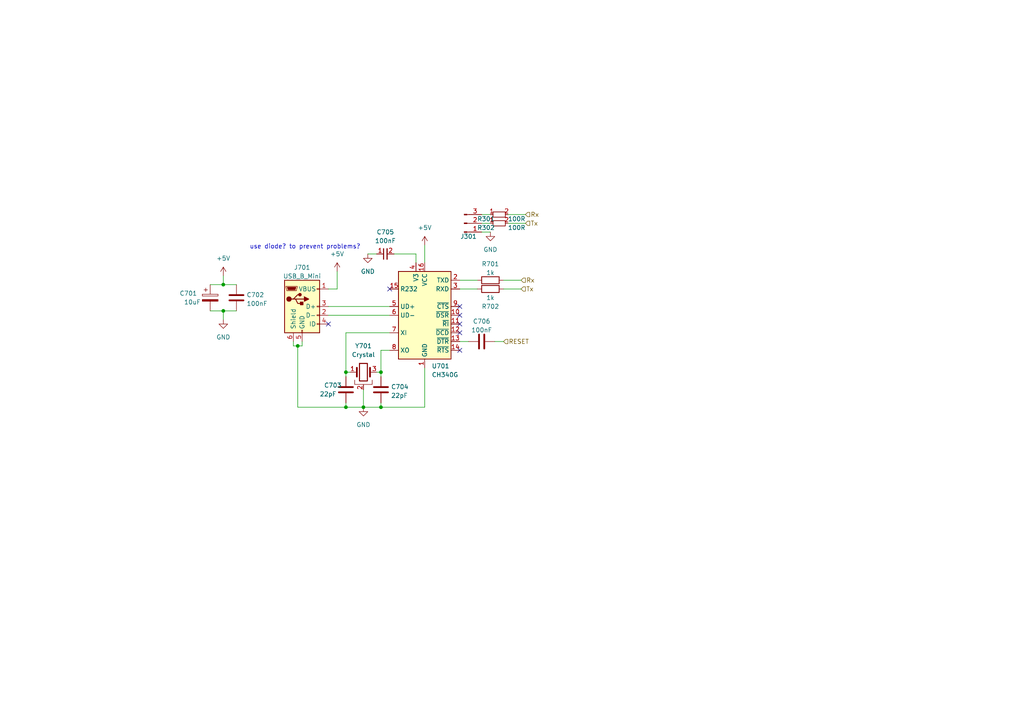
<source format=kicad_sch>
(kicad_sch (version 20231120) (generator "eeschema") (generator_version "8.0")
  (paper "A4")
  (lib_symbols
    (symbol "Connector:Conn_01x03_Pin" (pin_names (offset 1.016) hide)
      (property "Reference" "J" (at 0 5.08 0))
      (property "Value" "Conn_01x03_Pin" (at 0 -5.08 0))
      (symbol "Conn_01x03_Pin_1_1"
        (polyline (pts (xy 1.27 -2.54) (xy 0.8636 -2.54)) (stroke (width 0.1524)))
        (polyline (pts (xy 1.27 0) (xy 0.8636 0)) (stroke (width 0.1524)))
        (polyline (pts (xy 1.27 2.54) (xy 0.8636 2.54)) (stroke (width 0.1524)))
        (rectangle (start 0.8636 -2.413) (end 0 -2.667) (stroke (width 0.1524)) (fill (type outline)))
        (rectangle (start 0.8636 0.127) (end 0 -0.127) (stroke (width 0.1524)) (fill (type outline)))
        (rectangle (start 0.8636 2.667) (end 0 2.413) (stroke (width 0.1524)) (fill (type outline)))
        (pin passive line (at 5.08 2.54 180) (length 3.81) (name "Pin_1") (number "1"))
        (pin passive line (at 5.08 0 180) (length 3.81) (name "Pin_2") (number "2"))
        (pin passive line (at 5.08 -2.54 180) (length 3.81) (name "Pin_3") (number "3"))
      )
    )
    (symbol "Connector:USB_B_Mini" (pin_names (offset 1.016))
      (property "Reference" "J" (at -5.08 11.43 0))
      (property "Value" "USB_B_Mini" (at -5.08 8.89 0))
      (symbol "USB_B_Mini_0_1"
        (rectangle (start -5.08 -7.62) (end 5.08 7.62) (stroke (width 0.254)) (fill (type background)))
        (circle (center -3.81 2.159) (radius 0.635) (stroke (width 0.254)) (fill (type outline)))
        (circle (center -0.635 3.429) (radius 0.381) (stroke (width 0.254)) (fill (type outline)))
        (rectangle (start -0.127 -7.62) (end 0.127 -6.858))
        (polyline (pts (xy -1.905 2.159) (xy 0.635 2.159)) (stroke (width 0.254)))
        (polyline (pts (xy -3.175 2.159) (xy -2.54 2.159) (xy -1.27 3.429) (xy -0.635 3.429)) (stroke (width 0.254)))
        (polyline (pts (xy -2.54 2.159) (xy -1.905 2.159) (xy -1.27 0.889) (xy 0 0.889)) (stroke (width 0.254)))
        (polyline (pts (xy 0.635 2.794) (xy 0.635 1.524) (xy 1.905 2.159) (xy 0.635 2.794)) (stroke (width 0.254)) (fill (type outline)))
        (polyline (pts (xy -4.318 5.588) (xy -1.778 5.588) (xy -2.032 4.826) (xy -4.064 4.826) (xy -4.318 5.588)) (fill (type outline)))
        (polyline (pts (xy -4.699 5.842) (xy -4.699 5.588) (xy -4.445 4.826) (xy -4.445 4.572) (xy -1.651 4.572) (xy -1.651 4.826) (xy -1.397 5.588) (xy -1.397 5.842) (xy -4.699 5.842)))
        (rectangle (start 0.254 1.27) (end -0.508 0.508) (stroke (width 0.254)) (fill (type outline)))
        (rectangle (start 5.08 -5.207) (end 4.318 -4.953))
        (rectangle (start 5.08 -2.667) (end 4.318 -2.413))
        (rectangle (start 5.08 -0.127) (end 4.318 0.127))
        (rectangle (start 5.08 4.953) (end 4.318 5.207))
      )
      (symbol "USB_B_Mini_1_1"
        (pin power_out line (at 7.62 5.08 180) (length 2.54) (name "VBUS") (number "1"))
        (pin bidirectional line (at 7.62 -2.54 180) (length 2.54) (name "D-") (number "2"))
        (pin bidirectional line (at 7.62 0 180) (length 2.54) (name "D+") (number "3"))
        (pin passive line (at 7.62 -5.08 180) (length 2.54) (name "ID") (number "4"))
        (pin power_out line (at 0 -10.16 90) (length 2.54) (name "GND") (number "5"))
        (pin passive line (at -2.54 -10.16 90) (length 2.54) (name "Shield") (number "6"))
      )
    )
    (symbol "Device:C" (pin_numbers hide) (pin_names (offset 0.254))
      (property "Reference" "C" (at 0.635 2.54 0))
      (property "Value" "C" (at 0.635 -2.54 0))
      (symbol "C_0_1"
        (polyline (pts (xy -2.032 -0.762) (xy 2.032 -0.762)) (stroke (width 0.508)))
        (polyline (pts (xy -2.032 0.762) (xy 2.032 0.762)) (stroke (width 0.508)))
      )
      (symbol "C_1_1"
        (pin passive line (at 0 3.81 270) (length 2.794) (name "~") (number "1"))
        (pin passive line (at 0 -3.81 90) (length 2.794) (name "~") (number "2"))
      )
    )
    (symbol "Device:C_Polarized" (pin_numbers hide) (pin_names (offset 0.254))
      (property "Reference" "C" (at 0.635 2.54 0))
      (property "Value" "C_Polarized" (at 0.635 -2.54 0))
      (symbol "C_Polarized_0_1"
        (rectangle (start -2.286 0.508) (end 2.286 1.016))
        (polyline (pts (xy -1.778 2.286) (xy -0.762 2.286)))
        (polyline (pts (xy -1.27 2.794) (xy -1.27 1.778)))
        (rectangle (start 2.286 -0.508) (end -2.286 -1.016) (fill (type outline)))
      )
      (symbol "C_Polarized_1_1"
        (pin passive line (at 0 3.81 270) (length 2.794) (name "~") (number "1"))
        (pin passive line (at 0 -3.81 90) (length 2.794) (name "~") (number "2"))
      )
    )
    (symbol "Device:R" (pin_numbers hide) (pin_names (offset 0))
      (property "Reference" "R" (at 2.032 0 90))
      (property "Value" "R" (at 0 0 90))
      (symbol "R_0_1"
        (rectangle (start -1.016 -2.54) (end 1.016 2.54) (stroke (width 0.254)))
      )
      (symbol "R_1_1"
        (pin passive line (at 0 3.81 270) (length 1.27) (name "~") (number "1"))
        (pin passive line (at 0 -3.81 90) (length 1.27) (name "~") (number "2"))
      )
    )
    (symbol "Interface_USB:CH340G"
      (property "Reference" "U" (at -5.08 13.97 0))
      (property "Value" "CH340G" (at 1.27 13.97 0))
      (symbol "CH340G_0_1"
        (rectangle (start -7.62 12.7) (end 7.62 -12.7) (stroke (width 0.254)) (fill (type background)))
      )
      (symbol "CH340G_1_1"
        (pin power_in line (at 0 -15.24 90) (length 2.54) (name "GND") (number "1"))
        (pin input line (at 10.16 0 180) (length 2.54) (name "~{DSR}") (number "10"))
        (pin input line (at 10.16 -2.54 180) (length 2.54) (name "~{RI}") (number "11"))
        (pin input line (at 10.16 -5.08 180) (length 2.54) (name "~{DCD}") (number "12"))
        (pin output line (at 10.16 -7.62 180) (length 2.54) (name "~{DTR}") (number "13"))
        (pin output line (at 10.16 -10.16 180) (length 2.54) (name "~{RTS}") (number "14"))
        (pin input line (at -10.16 7.62 0) (length 2.54) (name "R232") (number "15"))
        (pin power_in line (at 0 15.24 270) (length 2.54) (name "VCC") (number "16"))
        (pin output line (at 10.16 10.16 180) (length 2.54) (name "TXD") (number "2"))
        (pin input line (at 10.16 7.62 180) (length 2.54) (name "RXD") (number "3"))
        (pin passive line (at -2.54 15.24 270) (length 2.54) (name "V3") (number "4"))
        (pin bidirectional line (at -10.16 2.54 0) (length 2.54) (name "UD+") (number "5"))
        (pin bidirectional line (at -10.16 0 0) (length 2.54) (name "UD-") (number "6"))
        (pin input line (at -10.16 -5.08 0) (length 2.54) (name "XI") (number "7"))
        (pin output line (at -10.16 -10.16 0) (length 2.54) (name "XO") (number "8"))
        (pin input line (at 10.16 2.54 180) (length 2.54) (name "~{CTS}") (number "9"))
      )
    )
    (symbol "capacitor_miscellaneous:C_0402_100nF"
      (property "Reference" "U" (at 1.27 2.54 0))
      (property "Value" "100nF" (at 3.81 -2.54 0))
      (property "JLCPCB Part#" "C307331" (at 0 0 0))
      (symbol "C_0402_100nF_0_1"
        (polyline (pts (xy -1.524 -0.508) (xy 1.524 -0.508)) (stroke (width 0.3302)))
        (polyline (pts (xy -1.524 0.508) (xy 1.524 0.508)) (stroke (width 0.3048)))
      )
      (symbol "C_0402_100nF_1_1"
        (pin passive line (at 0 2.54 270) (length 2.032) (name "~") (number "1"))
        (pin passive line (at 0 -2.54 90) (length 2.032) (name "~") (number "2"))
      )
    )
    (symbol "custom_kicad_lib_sk:crystal_arduino" (pin_names (offset 1.016) hide)
      (property "Reference" "Y" (at 0 5.715 0))
      (property "Value" "Crystal_GND2" (at 0 3.81 0))
      (property "JLCPCB Part#" "C13738" (at 0 0 0))
      (symbol "crystal_arduino_0_1"
        (rectangle (start -1.143 2.54) (end 1.143 -2.54) (stroke (width 0.3048)))
        (polyline (pts (xy -2.54 0) (xy -1.905 0)))
        (polyline (pts (xy -1.905 -1.27) (xy -1.905 1.27)) (stroke (width 0.508)))
        (polyline (pts (xy 0 -3.81) (xy 0 -3.556)))
        (polyline (pts (xy 1.905 0) (xy 2.54 0)))
        (polyline (pts (xy 1.905 1.27) (xy 1.905 -1.27)) (stroke (width 0.508)))
        (polyline (pts (xy -2.54 -2.286) (xy -2.54 -3.556) (xy 2.54 -3.556) (xy 2.54 -2.286)))
      )
      (symbol "crystal_arduino_1_1"
        (pin passive line (at -3.81 0 0) (length 1.27) (name "1") (number "1"))
        (pin passive line (at 0 -5.08 90) (length 1.27) (name "GND") (number "2"))
        (pin passive line (at 3.81 0 180) (length 1.27) (name "3") (number "3"))
        (pin passive line (at 0 -5.08 90) (length 1.27) hide (name "GND") (number "4"))
      )
    )
    (symbol "power:+5V" (power) (pin_names (offset 0))
      (property "Value" "+5V" (at 0 3.556 0))
      (symbol "+5V_0_1"
        (polyline (pts (xy -0.762 1.27) (xy 0 2.54)))
        (polyline (pts (xy 0 0) (xy 0 2.54)))
        (polyline (pts (xy 0 2.54) (xy 0.762 1.27)))
      )
      (symbol "+5V_1_1"
        (pin power_in line (at 0 0 90) (length 0) hide (name "+5V") (number "1"))
      )
    )
    (symbol "power:GND" (power) (pin_names (offset 0))
      (property "Value" "GND" (at 0 -3.81 0))
      (symbol "GND_0_1"
        (polyline (pts (xy 0 0) (xy 0 -1.27) (xy 1.27 -1.27) (xy 0 -2.54) (xy -1.27 -1.27) (xy 0 -1.27)))
      )
      (symbol "GND_1_1"
        (pin power_in line (at 0 0 270) (length 0) hide (name "GND") (number "1"))
      )
    )
    (symbol "resistors_0603:R_100R_0603"
      (property "Reference" "R" (at 1.27 2.54 0))
      (property "Value" "100R" (at 2.54 -2.54 0))
      (symbol "R_100R_0603_0_1"
        (rectangle (start -0.762 1.778) (end 0.762 -1.778) (stroke (width 0.2032)))
      )
      (symbol "R_100R_0603_1_1"
        (pin passive line (at 0 2.54 270) (length 0.762) (name "~") (number "1"))
        (pin passive line (at 0 -2.54 90) (length 0.762) (name "~") (number "2"))
      )
    )
  )
  (junction (at 100.33 118.11))
  (junction (at 86.36 100.33))
  (junction (at 64.77 82.55))
  (junction (at 110.49 107.95))
  (junction (at 64.77 90.17))
  (junction (at 100.33 107.95))
  (junction (at 110.49 118.11))
  (junction (at 105.41 118.11))
  (no_connect (at 113.03 83.82))
  (no_connect (at 133.35 93.98))
  (no_connect (at 133.35 96.52))
  (no_connect (at 133.35 91.44))
  (no_connect (at 133.35 101.6))
  (no_connect (at 133.35 88.9))
  (no_connect (at 95.25 93.98))
  (wire (pts (xy 100.33 107.95) (xy 100.33 109.22)))
  (wire (pts (xy 105.41 118.11) (xy 110.49 118.11)))
  (wire (pts (xy 97.79 83.82) (xy 95.25 83.82)))
  (wire (pts (xy 110.49 107.95) (xy 109.22 107.95)))
  (wire (pts (xy 146.05 99.06) (xy 143.51 99.06)))
  (wire (pts (xy 110.49 101.6) (xy 113.03 101.6)))
  (wire (pts (xy 110.49 116.84) (xy 110.49 118.11)))
  (wire (pts (xy 100.33 96.52) (xy 100.33 107.95)))
  (wire (pts (xy 138.43 83.82) (xy 133.35 83.82)))
  (wire (pts (xy 100.33 118.11) (xy 105.41 118.11)))
  (wire (pts (xy 152.4 62.23) (xy 147.32 62.23)))
  (wire (pts (xy 86.36 100.33) (xy 86.36 118.11)))
  (wire (pts (xy 85.09 99.06) (xy 85.09 100.33)))
  (wire (pts (xy 100.33 116.84) (xy 100.33 118.11)))
  (wire (pts (xy 101.6 107.95) (xy 100.33 107.95)))
  (wire (pts (xy 87.63 99.06) (xy 87.63 100.33)))
  (wire (pts (xy 60.96 82.55) (xy 64.77 82.55)))
  (wire (pts (xy 151.13 83.82) (xy 146.05 83.82)))
  (wire (pts (xy 105.41 113.03) (xy 105.41 118.11)))
  (wire (pts (xy 139.7 67.31) (xy 142.24 67.31)))
  (wire (pts (xy 86.36 118.11) (xy 100.33 118.11)))
  (wire (pts (xy 110.49 118.11) (xy 123.19 118.11)))
  (wire (pts (xy 110.49 109.22) (xy 110.49 107.95)))
  (wire (pts (xy 64.77 82.55) (xy 68.58 82.55)))
  (wire (pts (xy 85.09 100.33) (xy 86.36 100.33)))
  (wire (pts (xy 64.77 80.01) (xy 64.77 82.55)))
  (wire (pts (xy 139.7 64.77) (xy 142.24 64.77)))
  (wire (pts (xy 152.4 64.77) (xy 147.32 64.77)))
  (wire (pts (xy 95.25 88.9) (xy 113.03 88.9)))
  (wire (pts (xy 106.68 73.66) (xy 109.22 73.66)))
  (wire (pts (xy 139.7 62.23) (xy 142.24 62.23)))
  (wire (pts (xy 113.03 96.52) (xy 100.33 96.52)))
  (wire (pts (xy 120.65 73.66) (xy 114.3 73.66)))
  (wire (pts (xy 64.77 90.17) (xy 64.77 92.71)))
  (wire (pts (xy 133.35 99.06) (xy 135.89 99.06)))
  (wire (pts (xy 64.77 90.17) (xy 68.58 90.17)))
  (wire (pts (xy 138.43 81.28) (xy 133.35 81.28)))
  (wire (pts (xy 95.25 91.44) (xy 113.03 91.44)))
  (wire (pts (xy 123.19 71.12) (xy 123.19 76.2)))
  (wire (pts (xy 110.49 107.95) (xy 110.49 101.6)))
  (wire (pts (xy 123.19 106.68) (xy 123.19 118.11)))
  (wire (pts (xy 97.79 78.74) (xy 97.79 83.82)))
  (wire (pts (xy 151.13 81.28) (xy 146.05 81.28)))
  (wire (pts (xy 60.96 90.17) (xy 64.77 90.17)))
  (wire (pts (xy 120.65 76.2) (xy 120.65 73.66)))
  (wire (pts (xy 86.36 100.33) (xy 87.63 100.33)))
  (text "use diode? to prevent problems?" (at 72.39 72.39 0) (effects (font (size 1.27 1.27)) (justify left bottom)))
  (hierarchical_label "Tx" (shape input) (at 152.4 64.77 0))
  (hierarchical_label "Rx" (shape input) (at 152.4 62.23 0))
  (hierarchical_label "Rx" (shape input) (at 151.13 81.28 0))
  (hierarchical_label "Tx" (shape input) (at 151.13 83.82 0))
  (hierarchical_label "RESET" (shape input) (at 146.05 99.06 0))
  (symbol (lib_id "power:GND") (at 64.77 92.71 0) (unit 1)
    (property "Reference" "#PWR0702" (effects (hide yes)))
    (property "Value" "GND" (at 64.77 97.79 0))
    (instances (project "JACK_OF_ALL_TRADES" (path "" (reference "#PWR0702") (unit 1))) (project "CH340" (path "" (reference "#PWR0104") (unit 1))))
  )
  (symbol (lib_id "Device:C") (at 68.58 86.36 0) (unit 1)
    (property "Reference" "C702" (at 71.501 85.5253 0) (effects (justify left)))
    (property "Value" "100nF" (at 71.501 88.0622 0) (effects (justify left)))
    (property "Footprint" "Capacitor_SMD:C_0603_1608Metric" (effects (hide yes)))
    (property "JLCPCB Part#" "C14663" (effects (hide yes)))
    (instances (project "JACK_OF_ALL_TRADES" (path "" (reference "C702") (unit 1))) (project "general_schematics" (path "" (reference "C2002") (unit 1))) (project "CH340" (path "" (reference "C702") (unit 1))))
  )
  (symbol (lib_id "Device:C") (at 139.7 99.06 90) (unit 1)
    (property "Reference" "C706" (at 139.7 93.2012 90))
    (property "Value" "100nF" (at 139.7 95.7381 90))
    (property "Footprint" "Capacitor_SMD:C_0603_1608Metric" (effects (hide yes)))
    (property "JLCPCB Part#" "C14663" (effects (hide yes)))
    (instances (project "JACK_OF_ALL_TRADES" (path "" (reference "C706") (unit 1))) (project "general_schematics" (path "" (reference "C2006") (unit 1))) (project "CH340" (path "" (reference "C706") (unit 1))))
  )
  (symbol (lib_id "resistors_0603:R_100R_0603") (at 144.78 62.23 90) (unit 1)
    (property "Reference" "R301" (at 140.97 63.5 90))
    (property "Value" "100R" (at 149.86 63.5 90))
    (property "Footprint" "custom_kicad_lib_sk:R_0603_smalltext" (effects (hide yes)))
    (property "JLCPCB Part#" "C22775" (effects (hide yes)))
  )
  (symbol (lib_id "power:GND") (at 105.41 118.11 0) (unit 1)
    (property "Reference" "#PWR0704" (effects (hide yes)))
    (property "Value" "GND" (at 105.41 123.19 0))
    (instances (project "JACK_OF_ALL_TRADES" (path "" (reference "#PWR0704") (unit 1))) (project "CH340" (path "" (reference "#PWR0103") (unit 1))))
  )
  (symbol (lib_id "Device:R") (at 142.24 83.82 270) (unit 1)
    (property "Reference" "R702" (at 142.24 88.9 90))
    (property "Value" "1k" (at 142.24 86.36 90))
    (property "Footprint" "Resistor_SMD:R_0603_1608Metric" (effects (hide yes)))
    (property "JLCPCB Part#" "C21190" (effects (hide yes)))
    (instances (project "JACK_OF_ALL_TRADES" (path "" (reference "R702") (unit 1))) (project "general_schematics" (path "" (reference "R2002") (unit 1))) (project "CH340" (path "" (reference "R702") (unit 1))))
  )
  (symbol (lib_id "resistors_0603:R_100R_0603") (at 144.78 64.77 90) (unit 1)
    (property "Reference" "R302" (at 140.97 66.04 90))
    (property "Value" "100R" (at 149.86 66.04 90))
    (property "Footprint" "custom_kicad_lib_sk:R_0603_smalltext" (effects (hide yes)))
    (property "JLCPCB Part#" "C22775" (effects (hide yes)))
  )
  (symbol (lib_id "power:+5V") (at 123.19 71.12 0) (unit 1)
    (property "Reference" "#PWR0706" (effects (hide yes)))
    (property "Value" "+5V" (at 123.19 66.04 0))
    (instances (project "JACK_OF_ALL_TRADES" (path "" (reference "#PWR0706") (unit 1))) (project "CH340" (path "" (reference "#PWR0101") (unit 1))))
  )
  (symbol (lib_id "capacitor_miscellaneous:C_0402_100nF") (at 111.76 73.66 90) (unit 1)
    (property "Reference" "C705" (at 111.7663 67.31 90))
    (property "Value" "100nF" (at 111.7663 69.85 90))
    (property "Footprint" "Capacitor_SMD:C_0402_1005Metric" (effects (hide yes)))
    (property "JLCPCB Part#" "C307331" (effects (hide yes)))
  )
  (symbol (lib_id "Device:C_Polarized") (at 60.96 86.36 0) (unit 1)
    (property "Reference" "C701" (at 52.07 85.09 0) (effects (justify left)))
    (property "Value" "10uF" (at 53.34 87.63 0) (effects (justify left)))
    (property "Footprint" "Capacitor_SMD:C_0603_1608Metric" (effects (hide yes)))
    (property "JLCPCB Part#" "C96446" (effects (hide yes)))
    (instances (project "JACK_OF_ALL_TRADES" (path "" (reference "C701") (unit 1))) (project "general_schematics" (path "" (reference "C2001") (unit 1))) (project "CH340" (path "" (reference "C701") (unit 1))))
  )
  (symbol (lib_id "power:+5V") (at 97.79 78.74 0) (unit 1)
    (property "Reference" "#PWR0703" (effects (hide yes)))
    (property "Value" "+5V" (at 97.79 73.66 0))
    (instances (project "JACK_OF_ALL_TRADES" (path "" (reference "#PWR0703") (unit 1))) (project "CH340" (path "" (reference "#PWR0105") (unit 1))))
  )
  (symbol (lib_id "Device:C") (at 110.49 113.03 0) (unit 1)
    (property "Reference" "C704" (at 113.411 112.1953 0) (effects (justify left)))
    (property "Value" "22pF" (at 113.411 114.7322 0) (effects (justify left)))
    (property "Footprint" "Capacitor_SMD:C_0603_1608Metric" (effects (hide yes)))
    (property "JLCPCB Part#" "C1653" (effects (hide yes)))
    (instances (project "JACK_OF_ALL_TRADES" (path "" (reference "C704") (unit 1))) (project "general_schematics" (path "" (reference "C2004") (unit 1))) (project "CH340" (path "" (reference "C704") (unit 1))))
  )
  (symbol (lib_id "Interface_USB:CH340G") (at 123.19 91.44 0) (unit 1)
    (property "Reference" "U701" (at 125.2094 106.1704 0) (effects (justify left)))
    (property "Value" "CH340G" (at 125.2094 108.7073 0) (effects (justify left)))
    (property "Footprint" "Package_SO:SOIC-16_3.9x9.9mm_P1.27mm" (effects (hide yes)))
    (property "Datasheet" "http://www.datasheet5.com/pdf-local-2195953" (effects (hide yes)))
    (property "JLCPCB Part#" "C14267" (effects (hide yes)))
    (instances (project "JACK_OF_ALL_TRADES" (path "" (reference "U701") (unit 1))) (project "general_schematics" (path "" (reference "U2001") (unit 1))) (project "CH340" (path "" (reference "U701") (unit 1))))
  )
  (symbol (lib_id "Connector:USB_B_Mini") (at 87.63 88.9 0) (unit 1)
    (property "Reference" "J701" (at 87.63 77.5802 0))
    (property "Value" "USB_B_Mini" (at 87.63 80.1171 0))
    (property "Footprint" "Connector_USB:USB_Mini-B_Lumberg_2486_01_Horizontal" (effects (hide yes)))
    (property "JLCPCB Part#" "C2681563" (effects (hide yes)))
    (instances (project "JACK_OF_ALL_TRADES" (path "" (reference "J701") (unit 1))) (project "general_schematics" (path "" (reference "J2001") (unit 1))) (project "CH340" (path "" (reference "J701") (unit 1))))
  )
  (symbol (lib_id "Connector:Conn_01x03_Pin") (at 134.62 64.77 0) (mirror x) (unit 1)
    (property "Reference" "J301" (at 135.89 68.58 0))
    (property "Value" "Conn_01x03_Pin" (effects (hide yes)))
    (property "Footprint" "Connector_PinHeader_2.54mm:PinHeader_1x03_P2.54mm_Horizontal" (effects (hide yes)))
  )
  (symbol (lib_id "Device:R") (at 142.24 81.28 90) (unit 1)
    (property "Reference" "R701" (at 142.24 76.5642 90))
    (property "Value" "1k" (at 142.24 79.1011 90))
    (property "Footprint" "Resistor_SMD:R_0603_1608Metric" (effects (hide yes)))
    (property "JLCPCB Part#" "C21190" (effects (hide yes)))
    (instances (project "JACK_OF_ALL_TRADES" (path "" (reference "R701") (unit 1))) (project "general_schematics" (path "" (reference "R2001") (unit 1))) (project "CH340" (path "" (reference "R701") (unit 1))))
  )
  (symbol (lib_id "Device:C") (at 100.33 113.03 0) (unit 1)
    (property "Reference" "C703" (at 93.98 111.76 0) (effects (justify left)))
    (property "Value" "22pF" (at 92.71 114.3 0) (effects (justify left)))
    (property "Footprint" "Capacitor_SMD:C_0603_1608Metric" (effects (hide yes)))
    (property "JLCPCB Part#" "C1653" (effects (hide yes)))
    (instances (project "JACK_OF_ALL_TRADES" (path "" (reference "C703") (unit 1))) (project "general_schematics" (path "" (reference "C2003") (unit 1))) (project "CH340" (path "" (reference "C703") (unit 1))))
  )
  (symbol (lib_id "power:GND") (at 106.68 73.66 0) (unit 1)
    (property "Reference" "#PWR0705" (effects (hide yes)))
    (property "Value" "GND" (at 106.68 78.74 0))
    (instances (project "JACK_OF_ALL_TRADES" (path "" (reference "#PWR0705") (unit 1))) (project "CH340" (path "" (reference "#PWR0106") (unit 1))))
  )
  (symbol (lib_id "power:+5V") (at 64.77 80.01 0) (unit 1)
    (property "Reference" "#PWR0701" (effects (hide yes)))
    (property "Value" "+5V" (at 64.77 74.93 0))
    (instances (project "JACK_OF_ALL_TRADES" (path "" (reference "#PWR0701") (unit 1))) (project "CH340" (path "" (reference "#PWR0102") (unit 1))))
  )
  (symbol (lib_id "custom_kicad_lib_sk:crystal_arduino") (at 105.41 107.95 0) (unit 1)
    (property "Reference" "Y701" (at 105.41 100.33 0))
    (property "Value" "Crystal" (at 105.41 102.87 0))
    (property "Footprint" "custom_kicad_lib_sk:crystal_arduino" (effects (hide yes)))
    (property "JLCPCB Part#" "C9002" (effects (hide yes)))
    (instances (project "JACK_OF_ALL_TRADES" (path "" (reference "Y701") (unit 1))) (project "general_schematics" (path "" (reference "Y2001") (unit 1))) (project "CH340" (path "" (reference "Y701") (unit 1))))
  )
  (symbol (lib_id "power:GND") (at 142.24 67.31 0) (unit 1)
    (property "Reference" "#PWR0301" (effects (hide yes)))
    (property "Value" "GND" (at 142.24 72.39 0))
  )
)
</source>
